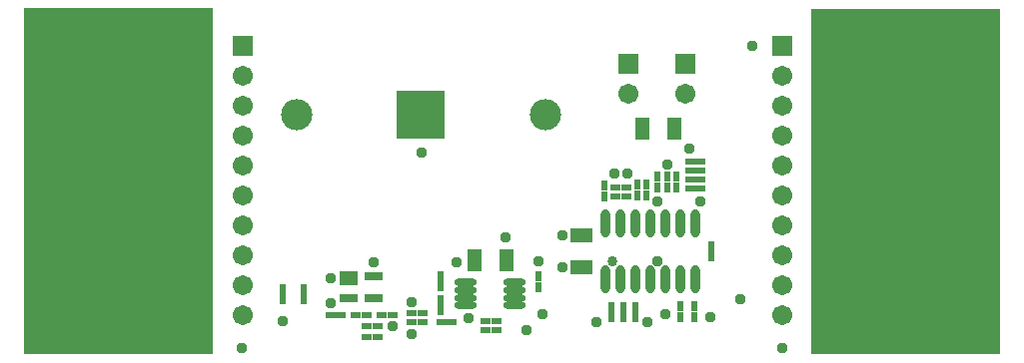
<source format=gts>
%FSLAX24Y24*%
%MOIN*%
G70*
G01*
G75*
G04 Layer_Color=8388736*
%ADD10R,0.0669X0.0433*%
%ADD11R,0.0157X0.0276*%
%ADD12O,0.0236X0.0866*%
%ADD13R,0.0276X0.0157*%
%ADD14R,0.0512X0.0394*%
%ADD15R,0.0512X0.0236*%
%ADD16O,0.0669X0.0177*%
%ADD17R,0.1559X0.1559*%
%ADD18R,0.0433X0.0669*%
%ADD19C,0.0200*%
%ADD20C,0.0100*%
%ADD21C,0.0591*%
%ADD22R,0.0591X0.0591*%
%ADD23C,0.0965*%
%ADD24C,0.0290*%
%ADD25C,0.0098*%
%ADD26C,0.0236*%
%ADD27C,0.0079*%
%ADD28C,0.0050*%
%ADD29C,0.0059*%
%ADD30C,0.0070*%
%ADD31R,0.0749X0.0513*%
%ADD32R,0.0237X0.0356*%
%ADD33O,0.0316X0.0946*%
%ADD34R,0.0356X0.0237*%
%ADD35R,0.0592X0.0474*%
%ADD36R,0.0592X0.0316*%
%ADD37O,0.0749X0.0257*%
%ADD38R,0.1639X0.1639*%
%ADD39R,0.0513X0.0749*%
%ADD40C,0.0671*%
%ADD41R,0.0671X0.0671*%
%ADD42C,0.1045*%
%ADD43C,0.0370*%
%ADD44C,0.0340*%
G36*
X33050Y450D02*
X26750D01*
Y12000D01*
X33050D01*
Y450D01*
D02*
G37*
G36*
X6800Y475D02*
X500D01*
Y12025D01*
X6800D01*
Y475D01*
D02*
G37*
D31*
X19070Y3368D02*
D03*
Y4432D02*
D03*
D32*
X17640Y3047D02*
D03*
Y2693D02*
D03*
X21260Y6127D02*
D03*
Y5773D02*
D03*
X21630Y6036D02*
D03*
Y6390D02*
D03*
X20950Y5773D02*
D03*
Y6127D02*
D03*
X22260Y6387D02*
D03*
Y6033D02*
D03*
X21950Y6036D02*
D03*
Y6390D02*
D03*
X20070Y2040D02*
D03*
Y1686D02*
D03*
X20470Y2040D02*
D03*
Y1686D02*
D03*
X20870D02*
D03*
Y2040D02*
D03*
X14380Y3077D02*
D03*
Y2723D02*
D03*
Y2277D02*
D03*
Y1923D02*
D03*
X22380Y1696D02*
D03*
Y2050D02*
D03*
X22850Y1693D02*
D03*
Y2047D02*
D03*
X23410Y3713D02*
D03*
Y4067D02*
D03*
X19860Y5743D02*
D03*
Y6097D02*
D03*
X9810Y2286D02*
D03*
Y2640D02*
D03*
X9130Y2637D02*
D03*
Y2283D02*
D03*
D33*
X19870Y2945D02*
D03*
X20370D02*
D03*
X20870D02*
D03*
X21370D02*
D03*
X21870D02*
D03*
X22370D02*
D03*
X22870D02*
D03*
X19870Y4835D02*
D03*
X20370D02*
D03*
X20870D02*
D03*
X21370D02*
D03*
X21870D02*
D03*
X22370D02*
D03*
X22870D02*
D03*
D34*
X22703Y6890D02*
D03*
X23057D02*
D03*
X22703Y6590D02*
D03*
X23057D02*
D03*
Y6300D02*
D03*
X22703D02*
D03*
X13423Y1830D02*
D03*
X13777D02*
D03*
X13430Y1520D02*
D03*
X13784D02*
D03*
X14413Y1540D02*
D03*
X14767D02*
D03*
X16244Y1260D02*
D03*
X15890D02*
D03*
X16244Y1560D02*
D03*
X15890D02*
D03*
X22703Y6000D02*
D03*
X23057D02*
D03*
X20233Y6040D02*
D03*
X20587D02*
D03*
X11923Y1030D02*
D03*
X12277D02*
D03*
Y1400D02*
D03*
X11923D02*
D03*
X20587Y5740D02*
D03*
X20233D02*
D03*
X12420Y1770D02*
D03*
X12774D02*
D03*
X11559D02*
D03*
X11914D02*
D03*
X10706D02*
D03*
X11060D02*
D03*
D35*
X11317Y2995D02*
D03*
D36*
Y2326D02*
D03*
X12143D02*
D03*
Y3074D02*
D03*
D37*
X15213Y2854D02*
D03*
Y2598D02*
D03*
Y2342D02*
D03*
Y2086D02*
D03*
X16867Y2854D02*
D03*
Y2598D02*
D03*
Y2342D02*
D03*
Y2086D02*
D03*
D38*
X13730Y8460D02*
D03*
D39*
X22192Y8000D02*
D03*
X21128D02*
D03*
X16592Y3610D02*
D03*
X15529D02*
D03*
D40*
X7800Y8750D02*
D03*
Y1750D02*
D03*
Y2750D02*
D03*
Y3750D02*
D03*
Y4750D02*
D03*
Y5750D02*
D03*
Y6750D02*
D03*
Y7750D02*
D03*
Y9750D02*
D03*
X20660Y9150D02*
D03*
X22560D02*
D03*
X25800Y8750D02*
D03*
Y1750D02*
D03*
Y2750D02*
D03*
Y3750D02*
D03*
Y4750D02*
D03*
Y5750D02*
D03*
Y6750D02*
D03*
Y7750D02*
D03*
Y9750D02*
D03*
D41*
X7800Y10750D02*
D03*
X20660Y10150D02*
D03*
X22560D02*
D03*
X25800Y10750D02*
D03*
D42*
X9576Y8460D02*
D03*
X17884D02*
D03*
D43*
X24800Y10750D02*
D03*
X9120Y1570D02*
D03*
X21890Y1780D02*
D03*
X19600Y1520D02*
D03*
X17640Y3570D02*
D03*
X17790Y1780D02*
D03*
X17240Y1250D02*
D03*
X23390Y1700D02*
D03*
X10720Y3000D02*
D03*
X12140Y3540D02*
D03*
X13430Y1130D02*
D03*
X21280Y1520D02*
D03*
X14910Y3520D02*
D03*
X15330Y1650D02*
D03*
X16560Y4350D02*
D03*
X13750Y7200D02*
D03*
X18450Y3370D02*
D03*
X18460Y4430D02*
D03*
X20610Y6480D02*
D03*
X21630Y5550D02*
D03*
Y3550D02*
D03*
X21950Y6800D02*
D03*
X20190Y6480D02*
D03*
X23050Y5550D02*
D03*
X13420Y2200D02*
D03*
X24370Y2290D02*
D03*
X22700Y7320D02*
D03*
X10710Y2160D02*
D03*
X12770Y1380D02*
D03*
X7750Y650D02*
D03*
X25800D02*
D03*
D44*
X20110Y3550D02*
D03*
M02*

</source>
